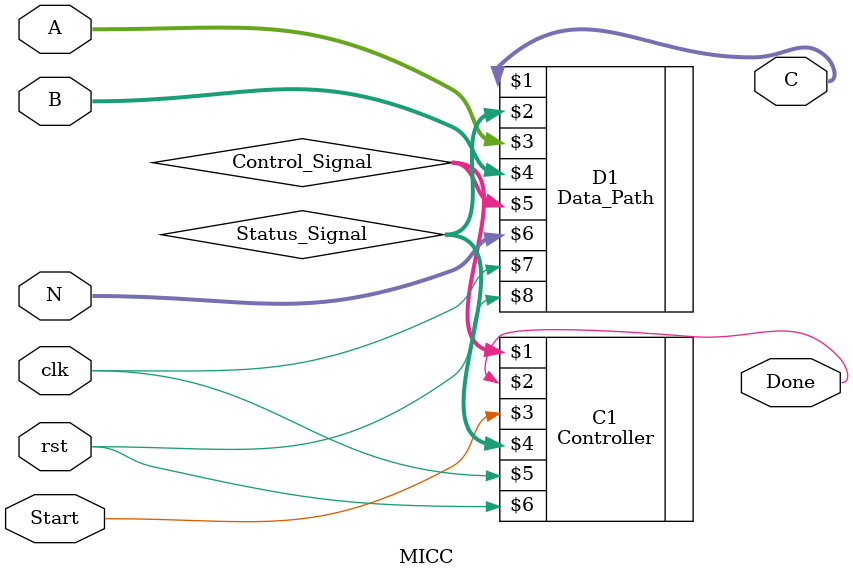
<source format=v>
`timescale 1ns/1ps
module MICC(C, Done, A, B, N, Start, clk, rst);
parameter k = 8;
output [k-1:0] C;
output Done; 
input [k-1:0] A, B, N; 
input Start, clk, rst;
wire [14:0] Control_Signal;
wire [2:0] Status_Signal;
Controller C1(Control_Signal, Done, Start, Status_Signal, clk, rst);
Data_Path D1(C, Status_Signal, A, B, Control_Signal, N, clk, rst);
endmodule
</source>
